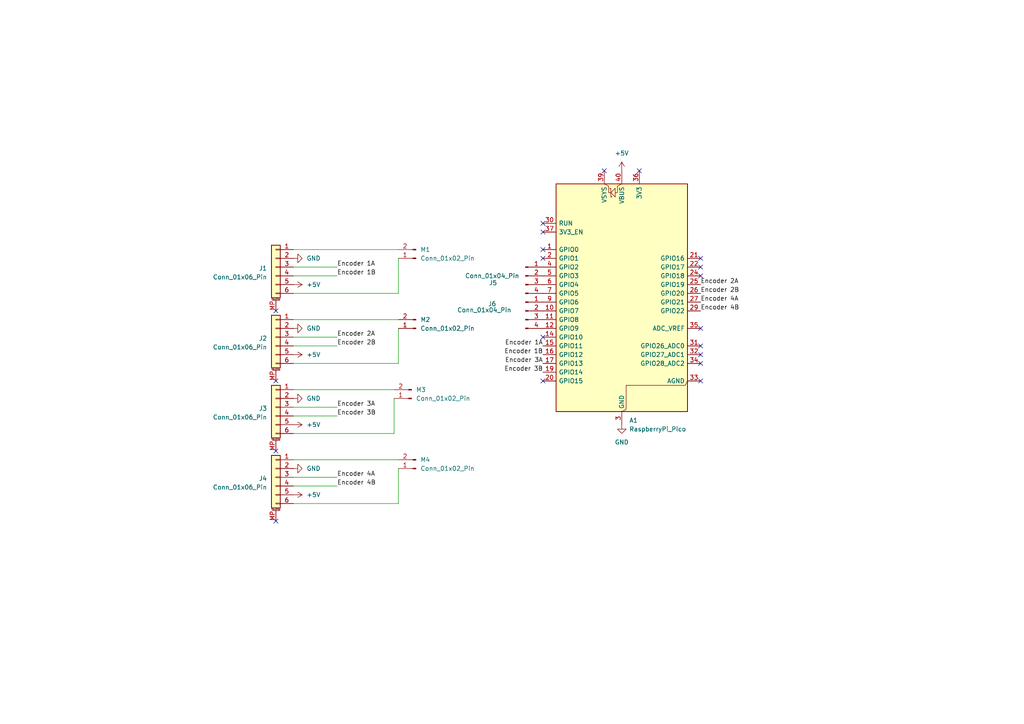
<source format=kicad_sch>
(kicad_sch (version 20250114) (generator "eeschema") (generator_version "9.0")
  (paper "A4")
  (lib_symbols
    (symbol "Connector:Conn_01x02_Pin" (pin_names (offset 1.016) (hide yes))
      (property "Reference" "J" (at 0 2.54 0))
      (property "Value" "Conn_01x02_Pin" (at 0 -5.08 0))
      (symbol "Conn_01x02_Pin_1_1"
        (rectangle (start 0.8636 0.127) (end 0 -0.127) (stroke (width 0.1524)) (fill (type outline)))
        (rectangle (start 0.8636 -2.413) (end 0 -2.667) (stroke (width 0.1524)) (fill (type outline)))
        (polyline (pts (xy 1.27 0) (xy 0.8636 0)) (stroke (width 0.1524)))
        (polyline (pts (xy 1.27 -2.54) (xy 0.8636 -2.54)) (stroke (width 0.1524)))
        (pin passive line (at 5.08 0 180) (length 3.81) (name "Pin_1") (number "1"))
        (pin passive line (at 5.08 -2.54 180) (length 3.81) (name "Pin_2") (number "2"))
      )
    )
    (symbol "Connector:Conn_01x04_Pin" (pin_names (offset 1.016) (hide yes))
      (property "Reference" "J" (at 0 5.08 0))
      (property "Value" "Conn_01x04_Pin" (at 0 -7.62 0))
      (symbol "Conn_01x04_Pin_1_1"
        (rectangle (start 0.8636 2.667) (end 0 2.413) (stroke (width 0.1524)) (fill (type outline)))
        (rectangle (start 0.8636 0.127) (end 0 -0.127) (stroke (width 0.1524)) (fill (type outline)))
        (rectangle (start 0.8636 -2.413) (end 0 -2.667) (stroke (width 0.1524)) (fill (type outline)))
        (rectangle (start 0.8636 -4.953) (end 0 -5.207) (stroke (width 0.1524)) (fill (type outline)))
        (polyline (pts (xy 1.27 2.54) (xy 0.8636 2.54)) (stroke (width 0.1524)))
        (polyline (pts (xy 1.27 0) (xy 0.8636 0)) (stroke (width 0.1524)))
        (polyline (pts (xy 1.27 -2.54) (xy 0.8636 -2.54)) (stroke (width 0.1524)))
        (polyline (pts (xy 1.27 -5.08) (xy 0.8636 -5.08)) (stroke (width 0.1524)))
        (pin passive line (at 5.08 2.54 180) (length 3.81) (name "Pin_1") (number "1"))
        (pin passive line (at 5.08 0 180) (length 3.81) (name "Pin_2") (number "2"))
        (pin passive line (at 5.08 -2.54 180) (length 3.81) (name "Pin_3") (number "3"))
        (pin passive line (at 5.08 -5.08 180) (length 3.81) (name "Pin_4") (number "4"))
      )
    )
    (symbol "Connector_Generic_MountingPin:Conn_01x06_MountingPin" (pin_names (offset 1.016) (hide yes))
      (property "Reference" "J" (at 0 7.62 0))
      (property "Value" "Conn_01x06_MountingPin" (at 1.27 -10.16 0))
      (symbol "Conn_01x06_MountingPin_1_1"
        (rectangle (start -1.27 6.35) (end 1.27 -8.89) (stroke (width 0.254)) (fill (type background)))
        (rectangle (start -1.27 5.207) (end 0 4.953) (stroke (width 0.1524)))
        (rectangle (start -1.27 2.667) (end 0 2.413) (stroke (width 0.1524)))
        (rectangle (start -1.27 0.127) (end 0 -0.127) (stroke (width 0.1524)))
        (rectangle (start -1.27 -2.413) (end 0 -2.667) (stroke (width 0.1524)))
        (rectangle (start -1.27 -4.953) (end 0 -5.207) (stroke (width 0.1524)))
        (rectangle (start -1.27 -7.493) (end 0 -7.747) (stroke (width 0.1524)))
        (polyline (pts (xy -1.016 -9.652) (xy 1.016 -9.652)) (stroke (width 0.1524)))
        (text "Mounting" (at 0 -9.271 0) (effects (font (size 0.381 0.381))))
        (pin passive line (at -5.08 5.08 0) (length 3.81) (name "Pin_1") (number "1"))
        (pin passive line (at -5.08 2.54 0) (length 3.81) (name "Pin_2") (number "2"))
        (pin passive line (at -5.08 0 0) (length 3.81) (name "Pin_3") (number "3"))
        (pin passive line (at -5.08 -2.54 0) (length 3.81) (name "Pin_4") (number "4"))
        (pin passive line (at -5.08 -5.08 0) (length 3.81) (name "Pin_5") (number "5"))
        (pin passive line (at -5.08 -7.62 0) (length 3.81) (name "Pin_6") (number "6"))
        (pin passive line (at 0 -12.7 90) (length 3.048) (name "MountPin") (number "MP"))
      )
    )
    (symbol "MCU_Module:RaspberryPi_Pico" (pin_names (offset 0.762))
      (property "Reference" "A" (at -19.05 35.56 0))
      (property "Value" "RaspberryPi_Pico" (at 7.62 35.56 0))
      (symbol "RaspberryPi_Pico_0_1"
        (rectangle (start -19.05 34.29) (end 19.05 -31.75) (stroke (width 0.254)) (fill (type background)))
        (polyline (pts (xy -5.08 34.29) (xy -3.81 33.655) (xy -3.81 31.75) (xy -3.175 31.75)))
        (polyline (pts (xy -3.429 32.766) (xy -3.429 33.02) (xy -3.175 33.02) (xy -3.175 30.48) (xy -2.921 30.48) (xy -2.921 30.734)))
        (polyline (pts (xy -3.175 31.75) (xy -1.905 33.02) (xy -1.905 30.48) (xy -3.175 31.75)))
        (polyline (pts (xy 0 34.29) (xy -1.27 33.655) (xy -1.27 31.75) (xy -1.905 31.75)))
        (polyline (pts (xy 0 -31.75) (xy 1.27 -31.115) (xy 1.27 -24.13) (xy 18.415 -24.13) (xy 19.05 -22.86)))
      )
      (symbol "RaspberryPi_Pico_1_1"
        (pin passive line (at -22.86 22.86 0) (length 3.81) (name "RUN") (number "30"))
        (pin passive line (at -22.86 20.32 0) (length 3.81) (name "3V3_EN") (number "37"))
        (pin bidirectional line (at -22.86 15.24 0) (length 3.81) (name "GPIO0") (number "1"))
        (pin bidirectional line (at -22.86 12.7 0) (length 3.81) (name "GPIO1") (number "2"))
        (pin bidirectional line (at -22.86 10.16 0) (length 3.81) (name "GPIO2") (number "4"))
        (pin bidirectional line (at -22.86 7.62 0) (length 3.81) (name "GPIO3") (number "5"))
        (pin bidirectional line (at -22.86 5.08 0) (length 3.81) (name "GPIO4") (number "6"))
        (pin bidirectional line (at -22.86 2.54 0) (length 3.81) (name "GPIO5") (number "7"))
        (pin bidirectional line (at -22.86 0 0) (length 3.81) (name "GPIO6") (number "9"))
        (pin bidirectional line (at -22.86 -2.54 0) (length 3.81) (name "GPIO7") (number "10"))
        (pin bidirectional line (at -22.86 -5.08 0) (length 3.81) (name "GPIO8") (number "11"))
        (pin bidirectional line (at -22.86 -7.62 0) (length 3.81) (name "GPIO9") (number "12"))
        (pin bidirectional line (at -22.86 -10.16 0) (length 3.81) (name "GPIO10") (number "14"))
        (pin bidirectional line (at -22.86 -12.7 0) (length 3.81) (name "GPIO11") (number "15"))
        (pin bidirectional line (at -22.86 -15.24 0) (length 3.81) (name "GPIO12") (number "16"))
        (pin bidirectional line (at -22.86 -17.78 0) (length 3.81) (name "GPIO13") (number "17"))
        (pin bidirectional line (at -22.86 -20.32 0) (length 3.81) (name "GPIO14") (number "19"))
        (pin bidirectional line (at -22.86 -22.86 0) (length 3.81) (name "GPIO15") (number "20"))
        (pin power_in line (at -5.08 38.1 270) (length 3.81) (name "VSYS") (number "39"))
        (pin power_out line (at 0 38.1 270) (length 3.81) (name "VBUS") (number "40"))
        (pin passive line (at 0 -35.56 90) (length 3.81) (hide yes) (name "GND") (number "13"))
        (pin passive line (at 0 -35.56 90) (length 3.81) (hide yes) (name "GND") (number "18"))
        (pin passive line (at 0 -35.56 90) (length 3.81) (hide yes) (name "GND") (number "23"))
        (pin passive line (at 0 -35.56 90) (length 3.81) (hide yes) (name "GND") (number "28"))
        (pin power_out line (at 0 -35.56 90) (length 3.81) (name "GND") (number "3"))
        (pin passive line (at 0 -35.56 90) (length 3.81) (hide yes) (name "GND") (number "38"))
        (pin passive line (at 0 -35.56 90) (length 3.81) (hide yes) (name "GND") (number "8"))
        (pin power_out line (at 5.08 38.1 270) (length 3.81) (name "3V3") (number "36"))
        (pin bidirectional line (at 22.86 12.7 180) (length 3.81) (name "GPIO16") (number "21"))
        (pin bidirectional line (at 22.86 10.16 180) (length 3.81) (name "GPIO17") (number "22"))
        (pin bidirectional line (at 22.86 7.62 180) (length 3.81) (name "GPIO18") (number "24"))
        (pin bidirectional line (at 22.86 5.08 180) (length 3.81) (name "GPIO19") (number "25"))
        (pin bidirectional line (at 22.86 2.54 180) (length 3.81) (name "GPIO20") (number "26"))
        (pin bidirectional line (at 22.86 0 180) (length 3.81) (name "GPIO21") (number "27"))
        (pin bidirectional line (at 22.86 -2.54 180) (length 3.81) (name "GPIO22") (number "29"))
        (pin power_in line (at 22.86 -7.62 180) (length 3.81) (name "ADC_VREF") (number "35"))
        (pin bidirectional line (at 22.86 -12.7 180) (length 3.81) (name "GPIO26_ADC0") (number "31"))
        (pin bidirectional line (at 22.86 -15.24 180) (length 3.81) (name "GPIO27_ADC1") (number "32"))
        (pin bidirectional line (at 22.86 -17.78 180) (length 3.81) (name "GPIO28_ADC2") (number "34"))
        (pin power_out line (at 22.86 -22.86 180) (length 3.81) (name "AGND") (number "33"))
      )
    )
    (symbol "power:+5V" (power) (pin_numbers (hide yes)) (pin_names (offset 0) (hide yes))
      (property "Value" "+5V" (at 0 3.556 0))
      (symbol "+5V_0_1"
        (polyline (pts (xy -0.762 1.27) (xy 0 2.54)))
        (polyline (pts (xy 0 2.54) (xy 0.762 1.27)))
        (polyline (pts (xy 0 0) (xy 0 2.54)))
      )
      (symbol "+5V_1_1"
        (pin power_in line (at 0 0 90) (length 0) (name "~") (number "1"))
      )
    )
    (symbol "power:GND" (power) (pin_numbers (hide yes)) (pin_names (offset 0) (hide yes))
      (property "Value" "GND" (at 0 -3.81 0))
      (symbol "GND_0_1"
        (polyline (pts (xy 0 0) (xy 0 -1.27) (xy 1.27 -1.27) (xy 0 -2.54) (xy -1.27 -1.27) (xy 0 -1.27)))
      )
      (symbol "GND_1_1"
        (pin power_in line (at 0 0 270) (length 0) (name "~") (number "1"))
      )
    )
  )
  (no_connect (at 203.2 74.93))
  (no_connect (at 80.01 130.81))
  (no_connect (at 203.2 110.49))
  (no_connect (at 175.26 49.53))
  (no_connect (at 157.48 64.77))
  (no_connect (at 157.48 97.79))
  (no_connect (at 203.2 102.87))
  (no_connect (at 203.2 77.47))
  (no_connect (at 157.48 72.39))
  (no_connect (at 157.48 74.93))
  (no_connect (at 80.01 90.17))
  (no_connect (at 185.42 49.53))
  (no_connect (at 203.2 105.41))
  (no_connect (at 203.2 100.33))
  (no_connect (at 157.48 67.31))
  (no_connect (at 203.2 80.01))
  (no_connect (at 157.48 110.49))
  (no_connect (at 203.2 95.25))
  (no_connect (at 80.01 110.49))
  (no_connect (at 80.01 151.13))
  (wire (pts (xy 85.09 125.73) (xy 114.3 125.73)))
  (wire (pts (xy 85.09 140.97) (xy 97.79 140.97)))
  (wire (pts (xy 97.79 118.11) (xy 85.09 118.11)))
  (wire (pts (xy 97.79 97.79) (xy 85.09 97.79)))
  (wire (pts (xy 85.09 105.41) (xy 115.57 105.41)))
  (wire (pts (xy 85.09 92.71) (xy 115.57 92.71)))
  (wire (pts (xy 85.09 146.05) (xy 115.57 146.05)))
  (wire (pts (xy 97.79 138.43) (xy 85.09 138.43)))
  (wire (pts (xy 115.57 74.93) (xy 115.57 85.09)))
  (wire (pts (xy 85.09 100.33) (xy 97.79 100.33)))
  (wire (pts (xy 85.09 77.47) (xy 97.79 77.47)))
  (wire (pts (xy 85.09 120.65) (xy 97.79 120.65)))
  (wire (pts (xy 85.09 80.01) (xy 97.79 80.01)))
  (wire (pts (xy 115.57 105.41) (xy 115.57 95.25)))
  (wire (pts (xy 85.09 133.35) (xy 115.57 133.35)))
  (wire (pts (xy 85.09 72.39) (xy 115.57 72.39)))
  (wire (pts (xy 115.57 146.05) (xy 115.57 135.89)))
  (wire (pts (xy 85.09 113.03) (xy 114.3 113.03)))
  (wire (pts (xy 114.3 125.73) (xy 114.3 115.57)))
  (wire (pts (xy 85.09 85.09) (xy 115.57 85.09)))
  (label "Encoder 4B" (at 97.79 140.97 0))
  (label "Encoder 2A" (at 203.2 82.55 0))
  (label "Encoder 4B" (at 203.2 90.17 0))
  (label "Encoder 1A" (at 157.48 100.33 180))
  (label "Encoder 2B" (at 203.2 85.09 0))
  (label "Encoder 4A" (at 203.2 87.63 0))
  (label "Encoder 2B" (at 97.79 100.33 0))
  (label "Encoder 1B" (at 157.48 102.87 180))
  (label "Encoder 3B" (at 97.79 120.65 0))
  (label "Encoder 1B" (at 97.79 80.01 0))
  (label "Encoder 3A" (at 157.48 105.41 180))
  (label "Encoder 1A" (at 97.79 77.47 0))
  (label "Encoder 3A" (at 97.79 118.11 0))
  (label "Encoder 4A" (at 97.79 138.43 0))
  (label "Encoder 3B" (at 157.48 107.95 180))
  (label "Encoder 2A" (at 97.79 97.79 0))
  (symbol (lib_id "power:GND") (at 85.09 115.57 90) (unit 1)
    (property "Reference" "#PWR05" (effects (hide yes)))
    (property "Value" "GND" (at 88.9 115.5699 90) (effects (justify right)))
    (property "Description" "Power symbol creates a global label with name \"GND\" , ground" (effects (hide yes)))
  )
  (symbol (lib_id "power:+5V") (at 85.09 123.19 270) (unit 1)
    (property "Reference" "#PWR09" (effects (hide yes)))
    (property "Value" "+5V" (at 88.9 123.1899 90) (effects (justify left)))
    (property "Description" "Power symbol creates a global label with name \"+5V\"" (effects (hide yes)))
  )
  (symbol (lib_id "Connector:Conn_01x02_Pin") (at 120.65 135.89 180) (unit 1)
    (property "Reference" "M4" (at 121.92 133.3499 0) (effects (justify right)))
    (property "Value" "Conn_01x02_Pin" (at 121.92 135.8899 0) (effects (justify right)))
    (property "Footprint" "Connector_PinHeader_2.54mm:PinHeader_1x02_P2.54mm_Vertical" (effects (hide yes)))
    (property "Description" "Generic connector, single row, 01x02, script generated" (effects (hide yes)))
  )
  (symbol (lib_id "power:GND") (at 85.09 95.25 90) (unit 1)
    (property "Reference" "#PWR04" (effects (hide yes)))
    (property "Value" "GND" (at 88.9 95.2499 90) (effects (justify right)))
    (property "Description" "Power symbol creates a global label with name \"GND\" , ground" (effects (hide yes)))
  )
  (symbol (lib_id "Connector:Conn_01x02_Pin") (at 120.65 74.93 180) (unit 1)
    (property "Reference" "M1" (at 121.92 72.3899 0) (effects (justify right)))
    (property "Value" "Conn_01x02_Pin" (at 121.92 74.9299 0) (effects (justify right)))
    (property "Footprint" "Connector_PinHeader_2.54mm:PinHeader_1x02_P2.54mm_Vertical" (effects (hide yes)))
    (property "Description" "Generic connector, single row, 01x02, script generated" (effects (hide yes)))
  )
  (symbol (lib_id "Connector_Generic_MountingPin:Conn_01x06_MountingPin") (at 80.01 138.43 0) (mirror y) (unit 1)
    (property "Reference" "J4" (at 77.47 138.7855 0) (effects (justify left)))
    (property "Value" "Conn_01x06_Pin" (at 77.47 141.3255 0) (effects (justify left)))
    (property "Footprint" "Connector_JST:JST_SH_BM06B-SRSS-TB_1x06-1MP_P1.00mm_Vertical" (effects (hide yes)))
    (property "Description" "Generic connectable mounting pin connector, single row, 01x06, script generated (kicad-library-utils/schlib/autogen/connector/)" (effects (hide yes)))
  )
  (symbol (lib_id "Connector_Generic_MountingPin:Conn_01x06_MountingPin") (at 80.01 97.79 0) (mirror y) (unit 1)
    (property "Reference" "J2" (at 77.47 98.1455 0) (effects (justify left)))
    (property "Value" "Conn_01x06_Pin" (at 77.47 100.6855 0) (effects (justify left)))
    (property "Footprint" "Connector_JST:JST_SH_BM06B-SRSS-TB_1x06-1MP_P1.00mm_Vertical" (effects (hide yes)))
    (property "Description" "Generic connectable mounting pin connector, single row, 01x06, script generated (kicad-library-utils/schlib/autogen/connector/)" (effects (hide yes)))
  )
  (symbol (lib_id "power:GND") (at 180.34 123.19 0) (unit 1)
    (property "Reference" "#PWR01" (effects (hide yes)))
    (property "Value" "GND" (at 180.34 128.27 0))
    (property "Description" "Power symbol creates a global label with name \"GND\" , ground" (effects (hide yes)))
  )
  (symbol (lib_id "Connector_Generic_MountingPin:Conn_01x06_MountingPin") (at 80.01 77.47 0) (mirror y) (unit 1)
    (property "Reference" "J1" (at 77.47 77.8255 0) (effects (justify left)))
    (property "Value" "Conn_01x06_Pin" (at 77.47 80.3655 0) (effects (justify left)))
    (property "Footprint" "Connector_JST:JST_SH_BM06B-SRSS-TB_1x06-1MP_P1.00mm_Vertical" (effects (hide yes)))
    (property "Description" "Generic connectable mounting pin connector, single row, 01x06, script generated (kicad-library-utils/schlib/autogen/connector/)" (effects (hide yes)))
  )
  (symbol (lib_id "MCU_Module:RaspberryPi_Pico") (at 180.34 87.63 0) (unit 1)
    (property "Reference" "A1" (at 182.4833 121.92 0) (effects (justify left)))
    (property "Value" "RaspberryPi_Pico" (at 182.4833 124.46 0) (effects (justify left)))
    (property "Footprint" "Module:RaspberryPi_Pico_Common_Unspecified" (effects (hide yes)))
    (property "Datasheet" "https://datasheets.raspberrypi.com/pico/pico-datasheet.pdf" (effects (hide yes)))
    (property "Description" "Versatile and inexpensive microcontroller module powered by RP2040 dual-core Arm Cortex-M0+ processor up to 133 MHz, 264kB SRAM, 2MB QSPI flash; also supports Raspberry Pi Pico 2" (effects (hide yes)))
  )
  (symbol (lib_id "Connector:Conn_01x04_Pin") (at 152.4 90.17 0) (unit 1)
    (property "Reference" "J6" (at 142.748 88.138 0))
    (property "Value" "Conn_01x04_Pin" (at 140.462 89.916 0))
    (property "Footprint" "Connector_PinHeader_2.54mm:PinHeader_1x04_P2.54mm_Vertical" (effects (hide yes)))
    (property "Description" "Generic connector, single row, 01x04, script generated" (effects (hide yes)))
  )
  (symbol (lib_id "Connector_Generic_MountingPin:Conn_01x06_MountingPin") (at 80.01 118.11 0) (mirror y) (unit 1)
    (property "Reference" "J3" (at 77.47 118.4655 0) (effects (justify left)))
    (property "Value" "Conn_01x06_Pin" (at 77.47 121.0055 0) (effects (justify left)))
    (property "Footprint" "Connector_JST:JST_SH_BM06B-SRSS-TB_1x06-1MP_P1.00mm_Vertical" (effects (hide yes)))
    (property "Description" "Generic connectable mounting pin connector, single row, 01x06, script generated (kicad-library-utils/schlib/autogen/connector/)" (effects (hide yes)))
  )
  (symbol (lib_id "power:GND") (at 85.09 74.93 90) (unit 1)
    (property "Reference" "#PWR03" (effects (hide yes)))
    (property "Value" "GND" (at 88.9 74.9299 90) (effects (justify right)))
    (property "Description" "Power symbol creates a global label with name \"GND\" , ground" (effects (hide yes)))
  )
  (symbol (lib_id "Connector:Conn_01x02_Pin") (at 119.38 115.57 180) (unit 1)
    (property "Reference" "M3" (at 120.65 113.0299 0) (effects (justify right)))
    (property "Value" "Conn_01x02_Pin" (at 120.65 115.5699 0) (effects (justify right)))
    (property "Footprint" "Connector_PinHeader_2.54mm:PinHeader_1x02_P2.54mm_Vertical" (effects (hide yes)))
    (property "Description" "Generic connector, single row, 01x02, script generated" (effects (hide yes)))
  )
  (symbol (lib_id "power:+5V") (at 180.34 49.53 0) (unit 1)
    (property "Reference" "#PWR02" (effects (hide yes)))
    (property "Value" "+5V" (at 180.34 44.45 0))
    (property "Description" "Power symbol creates a global label with name \"+5V\"" (effects (hide yes)))
  )
  (symbol (lib_id "Connector:Conn_01x04_Pin") (at 152.4 80.01 0) (unit 1)
    (property "Reference" "J5" (at 143.002 82.042 0))
    (property "Value" "Conn_01x04_Pin" (at 142.748 80.01 0))
    (property "Footprint" "Connector_PinHeader_2.54mm:PinHeader_1x04_P2.54mm_Vertical" (effects (hide yes)))
    (property "Description" "Generic connector, single row, 01x04, script generated" (effects (hide yes)))
  )
  (symbol (lib_id "Connector:Conn_01x02_Pin") (at 120.65 95.25 180) (unit 1)
    (property "Reference" "M2" (at 121.92 92.7099 0) (effects (justify right)))
    (property "Value" "Conn_01x02_Pin" (at 121.92 95.2499 0) (effects (justify right)))
    (property "Footprint" "Connector_PinHeader_2.54mm:PinHeader_1x02_P2.54mm_Vertical" (effects (hide yes)))
    (property "Description" "Generic connector, single row, 01x02, script generated" (effects (hide yes)))
  )
  (symbol (lib_id "power:+5V") (at 85.09 143.51 270) (unit 1)
    (property "Reference" "#PWR010" (effects (hide yes)))
    (property "Value" "+5V" (at 88.9 143.5099 90) (effects (justify left)))
    (property "Description" "Power symbol creates a global label with name \"+5V\"" (effects (hide yes)))
  )
  (symbol (lib_id "power:+5V") (at 85.09 82.55 270) (unit 1)
    (property "Reference" "#PWR07" (effects (hide yes)))
    (property "Value" "+5V" (at 88.9 82.5499 90) (effects (justify left)))
    (property "Description" "Power symbol creates a global label with name \"+5V\"" (effects (hide yes)))
  )
  (symbol (lib_id "power:GND") (at 85.09 135.89 90) (unit 1)
    (property "Reference" "#PWR06" (effects (hide yes)))
    (property "Value" "GND" (at 88.9 135.8899 90) (effects (justify right)))
    (property "Description" "Power symbol creates a global label with name \"GND\" , ground" (effects (hide yes)))
  )
  (symbol (lib_id "power:+5V") (at 85.09 102.87 270) (unit 1)
    (property "Reference" "#PWR08" (effects (hide yes)))
    (property "Value" "+5V" (at 88.9 102.8699 90) (effects (justify left)))
    (property "Description" "Power symbol creates a global label with name \"+5V\"" (effects (hide yes)))
  )
)
</source>
